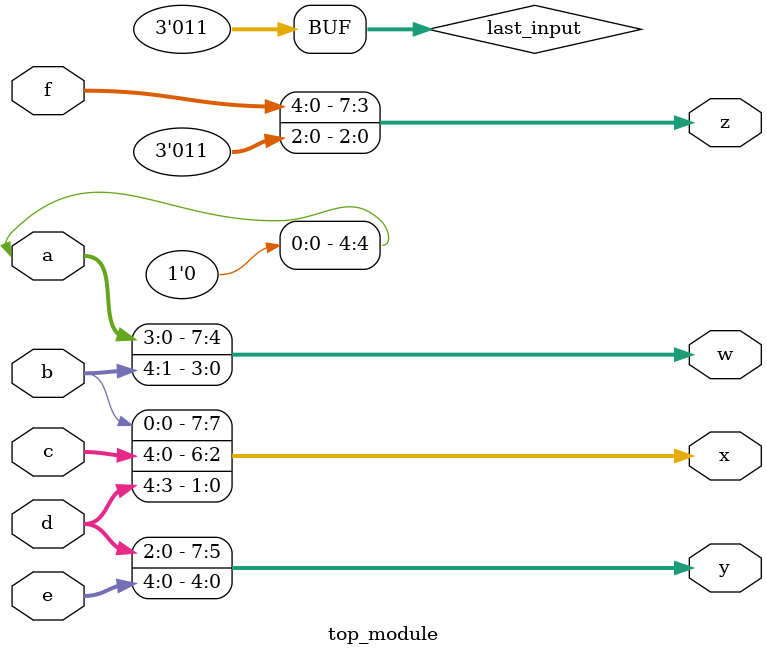
<source format=sv>
module top_module (
    input [4:0] a,
    input [4:0] b,
    input [4:0] c,
    input [4:0] d,
    input [4:0] e,
    input [4:0] f,
    output [7:0] w,
    output [7:0] x,
    output [7:0] y,
    output [7:0] z
);

    wire [2:0] last_input;
    assign last_input = 3'b11;

    assign {a, b, c, d, e, f, last_input} = {w, x, y, z};

endmodule

</source>
